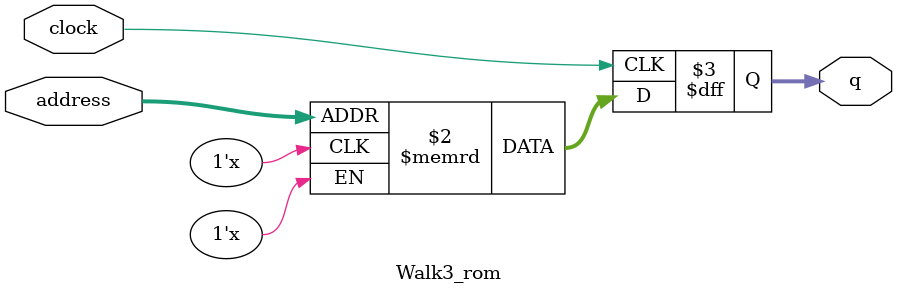
<source format=sv>
module Walk3_rom (
	input logic clock,
	input logic [12:0] address,
	output logic [2:0] q
);

logic [2:0] memory [0:5399] /* synthesis ram_init_file = "./Walk3/Walk3.mif" */;

always_ff @ (posedge clock) begin
	q <= memory[address];
end

endmodule

</source>
